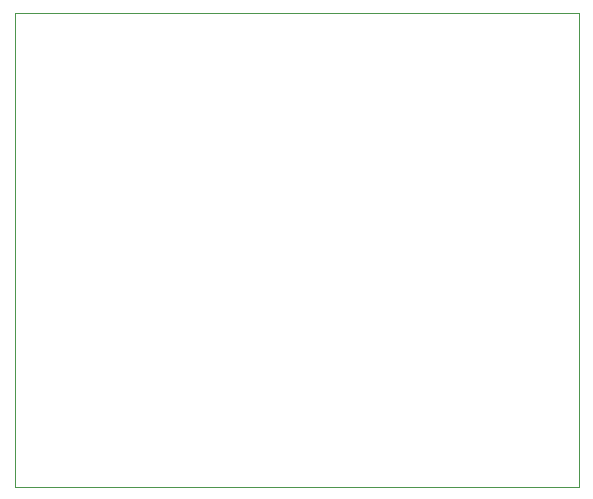
<source format=gbr>
%TF.GenerationSoftware,KiCad,Pcbnew,7.0.8*%
%TF.CreationDate,2023-11-20T18:04:14+01:00*%
%TF.ProjectId,led-controller,6c65642d-636f-46e7-9472-6f6c6c65722e,rev?*%
%TF.SameCoordinates,Original*%
%TF.FileFunction,Profile,NP*%
%FSLAX46Y46*%
G04 Gerber Fmt 4.6, Leading zero omitted, Abs format (unit mm)*
G04 Created by KiCad (PCBNEW 7.0.8) date 2023-11-20 18:04:14*
%MOMM*%
%LPD*%
G01*
G04 APERTURE LIST*
%TA.AperFunction,Profile*%
%ADD10C,0.100000*%
%TD*%
G04 APERTURE END LIST*
D10*
X67056000Y-81280000D02*
X114808000Y-81280000D01*
X114808000Y-121412000D01*
X67056000Y-121412000D01*
X67056000Y-81280000D01*
M02*

</source>
